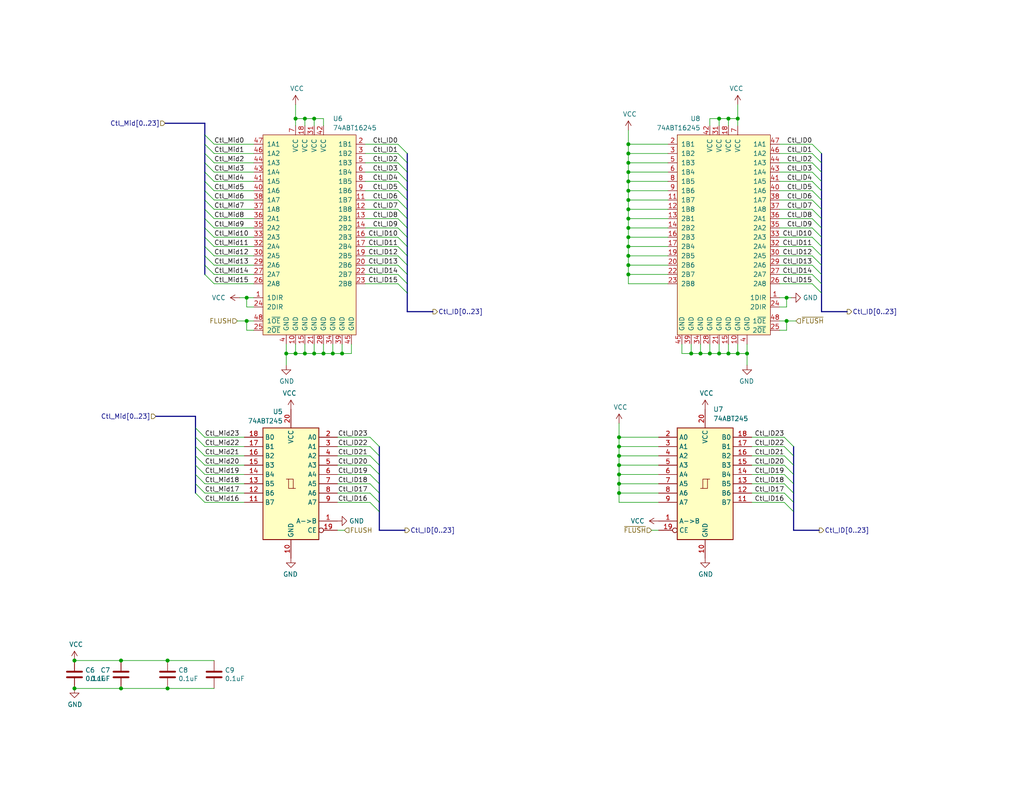
<source format=kicad_sch>
(kicad_sch (version 20250114) (generator "eeschema") (generator_version "9.0")
  (paper "USLetter")
  (title_block (date "2023-11-25") (rev "A") (comment 3 "registers must be all ones, which represents a NOP.") (comment 4 "If the ~{FLUSH} signal is asserted then the control signal set presented to the interstage"))
  (lib_symbols
    (symbol "Device:C" (pin_numbers (hide yes)) (pin_names (offset 0.254))
      (property "Reference" "C" (at 0.635 2.54 0))
      (property "Value" "C" (at 0.635 -2.54 0))
      (symbol "C_0_1"
        (polyline (pts (xy -2.032 0.762) (xy 2.032 0.762)) (stroke (width 0.508)))
        (polyline (pts (xy -2.032 -0.762) (xy 2.032 -0.762)) (stroke (width 0.508)))
      )
      (symbol "C_1_1"
        (pin passive line (at 0 3.81 270) (length 2.794) (name "~") (number "1"))
        (pin passive line (at 0 -3.81 90) (length 2.794) (name "~") (number "2"))
      )
    )
    (symbol "Turtle16:74ABT16245" (pin_names (offset 1.016))
      (property "Reference" "U" (at 0 1.27 0))
      (property "Value" "74ABT16245" (at 0 -1.27 0))
      (symbol "74ABT16245_0_1"
        (rectangle (start -12.7 26.67) (end 12.7 -27.94) (fill (type background)))
      )
      (symbol "74ABT16245_1_1"
        (pin tri_state line (at -15.24 24.13 0) (length 2.54) (name "1A1") (number "47"))
        (pin tri_state line (at -15.24 21.59 0) (length 2.54) (name "1A2") (number "46"))
        (pin tri_state line (at -15.24 19.05 0) (length 2.54) (name "1A3") (number "44"))
        (pin tri_state line (at -15.24 16.51 0) (length 2.54) (name "1A4") (number "43"))
        (pin tri_state line (at -15.24 13.97 0) (length 2.54) (name "1A5") (number "41"))
        (pin tri_state line (at -15.24 11.43 0) (length 2.54) (name "1A6") (number "40"))
        (pin tri_state line (at -15.24 8.89 0) (length 2.54) (name "1A7") (number "38"))
        (pin tri_state line (at -15.24 6.35 0) (length 2.54) (name "1A8") (number "37"))
        (pin tri_state line (at -15.24 3.81 0) (length 2.54) (name "2A1") (number "36"))
        (pin tri_state line (at -15.24 1.27 0) (length 2.54) (name "2A2") (number "35"))
        (pin tri_state line (at -15.24 -1.27 0) (length 2.54) (name "2A3") (number "33"))
        (pin tri_state line (at -15.24 -3.81 0) (length 2.54) (name "2A4") (number "32"))
        (pin tri_state line (at -15.24 -6.35 0) (length 2.54) (name "2A5") (number "30"))
        (pin tri_state line (at -15.24 -8.89 0) (length 2.54) (name "2A6") (number "29"))
        (pin tri_state line (at -15.24 -11.43 0) (length 2.54) (name "2A7") (number "27"))
        (pin tri_state line (at -15.24 -13.97 0) (length 2.54) (name "2A8") (number "26"))
        (pin input line (at -15.24 -17.78 0) (length 2.54) (name "1DIR") (number "1"))
        (pin input line (at -15.24 -20.32 0) (length 2.54) (name "2DIR") (number "24"))
        (pin input line (at -15.24 -24.13 0) (length 2.54) (name "1~{OE}") (number "48"))
        (pin input line (at -15.24 -26.67 0) (length 2.54) (name "2~{OE}") (number "25"))
        (pin power_in line (at -6.35 -30.48 90) (length 2.54) (name "GND") (number "4"))
        (pin power_in line (at -3.81 29.21 270) (length 2.54) (name "VCC") (number "7"))
        (pin power_in line (at -3.81 -30.48 90) (length 2.54) (name "GND") (number "10"))
        (pin power_in line (at -1.27 29.21 270) (length 2.54) (name "VCC") (number "18"))
        (pin power_in line (at -1.27 -30.48 90) (length 2.54) (name "GND") (number "15"))
        (pin power_in line (at 1.27 29.21 270) (length 2.54) (name "VCC") (number "31"))
        (pin power_in line (at 1.27 -30.48 90) (length 2.54) (name "GND") (number "21"))
        (pin power_in line (at 3.81 29.21 270) (length 2.54) (name "VCC") (number "42"))
        (pin power_in line (at 3.81 -30.48 90) (length 2.54) (name "GND") (number "28"))
        (pin power_in line (at 6.35 -30.48 90) (length 2.54) (name "GND") (number "34"))
        (pin power_in line (at 8.89 -30.48 90) (length 2.54) (name "GND") (number "39"))
        (pin power_in line (at 11.43 -30.48 90) (length 2.54) (name "GND") (number "45"))
        (pin tri_state line (at 15.24 24.13 180) (length 2.54) (name "1B1") (number "2"))
        (pin tri_state line (at 15.24 21.59 180) (length 2.54) (name "1B2") (number "3"))
        (pin tri_state line (at 15.24 19.05 180) (length 2.54) (name "1B3") (number "5"))
        (pin tri_state line (at 15.24 16.51 180) (length 2.54) (name "1B4") (number "6"))
        (pin tri_state line (at 15.24 13.97 180) (length 2.54) (name "1B5") (number "8"))
        (pin tri_state line (at 15.24 11.43 180) (length 2.54) (name "1B6") (number "9"))
        (pin tri_state line (at 15.24 8.89 180) (length 2.54) (name "1B7") (number "11"))
        (pin tri_state line (at 15.24 6.35 180) (length 2.54) (name "1B8") (number "12"))
        (pin tri_state line (at 15.24 3.81 180) (length 2.54) (name "2B1") (number "13"))
        (pin tri_state line (at 15.24 1.27 180) (length 2.54) (name "2B2") (number "14"))
        (pin tri_state line (at 15.24 -1.27 180) (length 2.54) (name "2B3") (number "16"))
        (pin tri_state line (at 15.24 -3.81 180) (length 2.54) (name "2B4") (number "17"))
        (pin tri_state line (at 15.24 -6.35 180) (length 2.54) (name "2B5") (number "19"))
        (pin tri_state line (at 15.24 -8.89 180) (length 2.54) (name "2B6") (number "20"))
        (pin tri_state line (at 15.24 -11.43 180) (length 2.54) (name "2B7") (number "22"))
        (pin tri_state line (at 15.24 -13.97 180) (length 2.54) (name "2B8") (number "23"))
      )
    )
    (symbol "Turtle16:74ABT245"
      (property "Reference" "U" (at 0 2.54 0))
      (property "Value" "74ABT245" (at 0 2.54 0))
      (symbol "74ABT245_1_0"
        (polyline (pts (xy -1.27 -1.27) (xy 0.635 -1.27) (xy 0.635 1.27) (xy 1.27 1.27)))
        (polyline (pts (xy -0.635 -1.27) (xy -0.635 1.27) (xy 0.635 1.27)))
        (pin tri_state line (at -12.7 12.7 0) (length 5.08) (name "A0") (number "2"))
        (pin tri_state line (at -12.7 10.16 0) (length 5.08) (name "A1") (number "3"))
        (pin tri_state line (at -12.7 7.62 0) (length 5.08) (name "A2") (number "4"))
        (pin tri_state line (at -12.7 5.08 0) (length 5.08) (name "A3") (number "5"))
        (pin tri_state line (at -12.7 2.54 0) (length 5.08) (name "A4") (number "6"))
        (pin tri_state line (at -12.7 0 0) (length 5.08) (name "A5") (number "7"))
        (pin tri_state line (at -12.7 -2.54 0) (length 5.08) (name "A6") (number "8"))
        (pin tri_state line (at -12.7 -5.08 0) (length 5.08) (name "A7") (number "9"))
        (pin input line (at -12.7 -10.16 0) (length 5.08) (name "A->B") (number "1"))
        (pin input inverted (at -12.7 -12.7 0) (length 5.08) (name "CE") (number "19"))
        (pin power_in line (at 0 20.32 270) (length 5.08) (name "VCC") (number "20"))
        (pin power_in line (at 0 -20.32 90) (length 5.08) (name "GND") (number "10"))
        (pin tri_state line (at 12.7 12.7 180) (length 5.08) (name "B0") (number "18"))
        (pin tri_state line (at 12.7 10.16 180) (length 5.08) (name "B1") (number "17"))
        (pin tri_state line (at 12.7 7.62 180) (length 5.08) (name "B2") (number "16"))
        (pin tri_state line (at 12.7 5.08 180) (length 5.08) (name "B3") (number "15"))
        (pin tri_state line (at 12.7 2.54 180) (length 5.08) (name "B4") (number "14"))
        (pin tri_state line (at 12.7 0 180) (length 5.08) (name "B5") (number "13"))
        (pin tri_state line (at 12.7 -2.54 180) (length 5.08) (name "B6") (number "12"))
        (pin tri_state line (at 12.7 -5.08 180) (length 5.08) (name "B7") (number "11"))
      )
      (symbol "74ABT245_1_1"
        (rectangle (start -7.62 15.24) (end 7.62 -15.24) (stroke (width 0.254)) (fill (type background)))
      )
    )
    (symbol "power:GND" (power) (pin_names (offset 0))
      (property "Value" "GND" (at 0 -3.81 0))
      (symbol "GND_0_1"
        (polyline (pts (xy 0 0) (xy 0 -1.27) (xy 1.27 -1.27) (xy 0 -2.54) (xy -1.27 -1.27) (xy 0 -1.27)))
      )
      (symbol "GND_1_1"
        (pin power_in line (at 0 0 270) (length 0) (hide yes) (name "GND") (number "1"))
      )
    )
    (symbol "power:VCC" (power) (pin_names (offset 0))
      (property "Value" "VCC" (at 0 3.81 0))
      (symbol "VCC_0_1"
        (polyline (pts (xy -0.762 1.27) (xy 0 2.54)))
        (polyline (pts (xy 0 2.54) (xy 0.762 1.27)))
        (polyline (pts (xy 0 0) (xy 0 2.54)))
      )
      (symbol "VCC_1_1"
        (pin power_in line (at 0 0 90) (length 0) (hide yes) (name "VCC") (number "1"))
      )
    )
  )
  (junction (at 168.91 129.54))
  (junction (at 171.45 41.91))
  (junction (at 201.295 32.385))
  (junction (at 80.645 96.52))
  (junction (at 85.725 32.385))
  (junction (at 20.32 187.96))
  (junction (at 168.91 132.08))
  (junction (at 171.45 67.31))
  (junction (at 171.45 44.45))
  (junction (at 171.45 64.77))
  (junction (at 80.645 32.385))
  (junction (at 171.45 69.85))
  (junction (at 168.91 119.38))
  (junction (at 90.805 96.52))
  (junction (at 171.45 72.39))
  (junction (at 85.725 96.52))
  (junction (at 171.45 59.69))
  (junction (at 191.135 96.52))
  (junction (at 203.835 96.52))
  (junction (at 83.185 96.52))
  (junction (at 168.91 124.46))
  (junction (at 171.45 49.53))
  (junction (at 214.63 87.63))
  (junction (at 33.02 187.96))
  (junction (at 171.45 74.93))
  (junction (at 168.91 127))
  (junction (at 83.185 32.385))
  (junction (at 196.215 96.52))
  (junction (at 168.91 134.62))
  (junction (at 45.72 180.34))
  (junction (at 171.45 46.99))
  (junction (at 201.295 96.52))
  (junction (at 67.31 87.63))
  (junction (at 171.45 62.23))
  (junction (at 196.215 32.385))
  (junction (at 171.45 52.07))
  (junction (at 88.265 96.52))
  (junction (at 78.105 96.52))
  (junction (at 171.45 57.15))
  (junction (at 171.45 39.37))
  (junction (at 45.72 187.96))
  (junction (at 193.675 96.52))
  (junction (at 171.45 54.61))
  (junction (at 67.31 81.28))
  (junction (at 198.755 32.385))
  (junction (at 168.91 121.92))
  (junction (at 198.755 96.52))
  (junction (at 33.02 180.34))
  (junction (at 20.32 180.34))
  (junction (at 93.345 96.52))
  (junction (at 188.595 96.52))
  (junction (at 214.63 81.28))
  (bus_entry (at 111.125 72.39) (size -2.54 -2.54))
  (bus_entry (at 224.155 74.93) (size -2.54 -2.54))
  (bus_entry (at 103.505 137.16) (size -2.54 -2.54))
  (bus_entry (at 58.42 59.69) (size -2.54 -2.54))
  (bus_entry (at 103.505 134.62) (size -2.54 -2.54))
  (bus_entry (at 58.42 69.85) (size -2.54 -2.54))
  (bus_entry (at 224.155 62.23) (size -2.54 -2.54))
  (bus_entry (at 216.535 134.62) (size -2.54 -2.54))
  (bus_entry (at 58.42 62.23) (size -2.54 -2.54))
  (bus_entry (at 111.125 69.85) (size -2.54 -2.54))
  (bus_entry (at 224.155 77.47) (size -2.54 -2.54))
  (bus_entry (at 111.125 59.69) (size -2.54 -2.54))
  (bus_entry (at 111.125 44.45) (size -2.54 -2.54))
  (bus_entry (at 55.88 119.38) (size -2.54 -2.54))
  (bus_entry (at 224.155 67.31) (size -2.54 -2.54))
  (bus_entry (at 58.42 54.61) (size -2.54 -2.54))
  (bus_entry (at 58.42 57.15) (size -2.54 -2.54))
  (bus_entry (at 103.505 121.92) (size -2.54 -2.54))
  (bus_entry (at 111.125 49.53) (size -2.54 -2.54))
  (bus_entry (at 224.155 49.53) (size -2.54 -2.54))
  (bus_entry (at 58.42 67.31) (size -2.54 -2.54))
  (bus_entry (at 103.505 124.46) (size -2.54 -2.54))
  (bus_entry (at 224.155 72.39) (size -2.54 -2.54))
  (bus_entry (at 55.88 134.62) (size -2.54 -2.54))
  (bus_entry (at 216.535 124.46) (size -2.54 -2.54))
  (bus_entry (at 58.42 74.93) (size -2.54 -2.54))
  (bus_entry (at 224.155 52.07) (size -2.54 -2.54))
  (bus_entry (at 58.42 64.77) (size -2.54 -2.54))
  (bus_entry (at 111.125 67.31) (size -2.54 -2.54))
  (bus_entry (at 58.42 49.53) (size -2.54 -2.54))
  (bus_entry (at 58.42 52.07) (size -2.54 -2.54))
  (bus_entry (at 58.42 39.37) (size -2.54 -2.54))
  (bus_entry (at 58.42 41.91) (size -2.54 -2.54))
  (bus_entry (at 58.42 44.45) (size -2.54 -2.54))
  (bus_entry (at 58.42 46.99) (size -2.54 -2.54))
  (bus_entry (at 103.505 127) (size -2.54 -2.54))
  (bus_entry (at 111.125 57.15) (size -2.54 -2.54))
  (bus_entry (at 111.125 54.61) (size -2.54 -2.54))
  (bus_entry (at 55.88 124.46) (size -2.54 -2.54))
  (bus_entry (at 103.505 139.7) (size -2.54 -2.54))
  (bus_entry (at 224.155 59.69) (size -2.54 -2.54))
  (bus_entry (at 224.155 64.77) (size -2.54 -2.54))
  (bus_entry (at 224.155 41.91) (size -2.54 -2.54))
  (bus_entry (at 216.535 139.7) (size -2.54 -2.54))
  (bus_entry (at 224.155 80.01) (size -2.54 -2.54))
  (bus_entry (at 224.155 57.15) (size -2.54 -2.54))
  (bus_entry (at 224.155 69.85) (size -2.54 -2.54))
  (bus_entry (at 111.125 46.99) (size -2.54 -2.54))
  (bus_entry (at 55.88 137.16) (size -2.54 -2.54))
  (bus_entry (at 216.535 137.16) (size -2.54 -2.54))
  (bus_entry (at 216.535 129.54) (size -2.54 -2.54))
  (bus_entry (at 55.88 132.08) (size -2.54 -2.54))
  (bus_entry (at 224.155 54.61) (size -2.54 -2.54))
  (bus_entry (at 216.535 132.08) (size -2.54 -2.54))
  (bus_entry (at 111.125 41.91) (size -2.54 -2.54))
  (bus_entry (at 111.125 77.47) (size -2.54 -2.54))
  (bus_entry (at 111.125 74.93) (size -2.54 -2.54))
  (bus_entry (at 111.125 64.77) (size -2.54 -2.54))
  (bus_entry (at 216.535 121.92) (size -2.54 -2.54))
  (bus_entry (at 55.88 127) (size -2.54 -2.54))
  (bus_entry (at 103.505 129.54) (size -2.54 -2.54))
  (bus_entry (at 58.42 77.47) (size -2.54 -2.54))
  (bus_entry (at 216.535 127) (size -2.54 -2.54))
  (bus_entry (at 111.125 52.07) (size -2.54 -2.54))
  (bus_entry (at 55.88 129.54) (size -2.54 -2.54))
  (bus_entry (at 224.155 44.45) (size -2.54 -2.54))
  (bus_entry (at 55.88 121.92) (size -2.54 -2.54))
  (bus_entry (at 103.505 132.08) (size -2.54 -2.54))
  (bus_entry (at 224.155 46.99) (size -2.54 -2.54))
  (bus_entry (at 111.125 62.23) (size -2.54 -2.54))
  (bus_entry (at 58.42 72.39) (size -2.54 -2.54))
  (bus_entry (at 111.125 80.01) (size -2.54 -2.54))
  (wire (pts (xy 171.45 74.93) (xy 171.45 77.47)))
  (wire (pts (xy 196.215 96.52) (xy 193.675 96.52)))
  (wire (pts (xy 221.615 49.53) (xy 212.725 49.53)))
  (wire (pts (xy 100.965 132.08) (xy 92.075 132.08)))
  (wire (pts (xy 171.45 44.45) (xy 182.245 44.45)))
  (bus (pts (xy 55.88 46.99) (xy 55.88 49.53)))
  (wire (pts (xy 171.45 46.99) (xy 171.45 49.53)))
  (bus (pts (xy 55.88 57.15) (xy 55.88 59.69)))
  (bus (pts (xy 224.155 52.07) (xy 224.155 54.61)))
  (wire (pts (xy 214.63 83.82) (xy 212.725 83.82)))
  (wire (pts (xy 196.215 93.98) (xy 196.215 96.52)))
  (wire (pts (xy 58.42 39.37) (xy 69.215 39.37)))
  (wire (pts (xy 171.45 64.77) (xy 171.45 67.31)))
  (wire (pts (xy 55.88 129.54) (xy 66.675 129.54)))
  (bus (pts (xy 224.155 54.61) (xy 224.155 57.15)))
  (wire (pts (xy 33.02 180.34) (xy 45.72 180.34)))
  (wire (pts (xy 58.42 57.15) (xy 69.215 57.15)))
  (wire (pts (xy 205.105 121.92) (xy 213.995 121.92)))
  (wire (pts (xy 171.45 41.91) (xy 171.45 44.45)))
  (bus (pts (xy 224.155 46.99) (xy 224.155 49.53)))
  (wire (pts (xy 108.585 46.99) (xy 99.695 46.99)))
  (bus (pts (xy 111.125 64.77) (xy 111.125 67.31)))
  (wire (pts (xy 168.91 115.57) (xy 168.91 119.38)))
  (wire (pts (xy 168.91 127) (xy 168.91 129.54)))
  (wire (pts (xy 85.725 32.385) (xy 85.725 34.29)))
  (bus (pts (xy 216.535 137.16) (xy 216.535 139.7)))
  (bus (pts (xy 231.14 85.09) (xy 224.155 85.09)))
  (bus (pts (xy 55.88 36.83) (xy 55.88 39.37)))
  (wire (pts (xy 55.88 127) (xy 66.675 127)))
  (bus (pts (xy 118.11 85.09) (xy 111.125 85.09)))
  (wire (pts (xy 58.42 72.39) (xy 69.215 72.39)))
  (wire (pts (xy 65.405 81.28) (xy 67.31 81.28)))
  (wire (pts (xy 171.45 74.93) (xy 182.245 74.93)))
  (bus (pts (xy 111.125 74.93) (xy 111.125 77.47)))
  (wire (pts (xy 90.805 96.52) (xy 93.345 96.52)))
  (bus (pts (xy 103.505 129.54) (xy 103.505 132.08)))
  (wire (pts (xy 20.32 180.34) (xy 33.02 180.34)))
  (wire (pts (xy 198.755 96.52) (xy 196.215 96.52)))
  (wire (pts (xy 58.42 49.53) (xy 69.215 49.53)))
  (wire (pts (xy 221.615 72.39) (xy 212.725 72.39)))
  (bus (pts (xy 111.125 67.31) (xy 111.125 69.85)))
  (wire (pts (xy 201.295 32.385) (xy 198.755 32.385)))
  (wire (pts (xy 201.295 28.575) (xy 201.295 32.385)))
  (bus (pts (xy 103.505 132.08) (xy 103.505 134.62)))
  (wire (pts (xy 58.42 62.23) (xy 69.215 62.23)))
  (wire (pts (xy 108.585 39.37) (xy 99.695 39.37)))
  (wire (pts (xy 78.105 96.52) (xy 80.645 96.52)))
  (wire (pts (xy 221.615 77.47) (xy 212.725 77.47)))
  (wire (pts (xy 85.725 32.385) (xy 88.265 32.385)))
  (wire (pts (xy 168.91 121.92) (xy 168.91 124.46)))
  (wire (pts (xy 80.645 32.385) (xy 83.185 32.385)))
  (wire (pts (xy 58.42 46.99) (xy 69.215 46.99)))
  (wire (pts (xy 168.91 127) (xy 179.705 127)))
  (wire (pts (xy 83.185 96.52) (xy 85.725 96.52)))
  (wire (pts (xy 80.645 93.98) (xy 80.645 96.52)))
  (wire (pts (xy 188.595 93.98) (xy 188.595 96.52)))
  (wire (pts (xy 83.185 32.385) (xy 83.185 34.29)))
  (wire (pts (xy 78.105 93.98) (xy 78.105 96.52)))
  (wire (pts (xy 171.45 69.85) (xy 182.245 69.85)))
  (wire (pts (xy 171.45 49.53) (xy 171.45 52.07)))
  (wire (pts (xy 171.45 44.45) (xy 171.45 46.99)))
  (bus (pts (xy 224.155 77.47) (xy 224.155 80.01)))
  (wire (pts (xy 67.31 81.28) (xy 67.31 83.82)))
  (wire (pts (xy 100.965 121.92) (xy 92.075 121.92)))
  (wire (pts (xy 171.45 64.77) (xy 182.245 64.77)))
  (bus (pts (xy 111.125 69.85) (xy 111.125 72.39)))
  (wire (pts (xy 177.8 144.78) (xy 179.705 144.78)))
  (wire (pts (xy 108.585 44.45) (xy 99.695 44.45)))
  (wire (pts (xy 83.185 93.98) (xy 83.185 96.52)))
  (bus (pts (xy 55.88 69.85) (xy 55.88 72.39)))
  (wire (pts (xy 58.42 59.69) (xy 69.215 59.69)))
  (wire (pts (xy 221.615 44.45) (xy 212.725 44.45)))
  (wire (pts (xy 64.77 87.63) (xy 67.31 87.63)))
  (wire (pts (xy 58.42 54.61) (xy 69.215 54.61)))
  (bus (pts (xy 103.505 121.92) (xy 103.505 124.46)))
  (wire (pts (xy 214.63 87.63) (xy 212.725 87.63)))
  (wire (pts (xy 198.755 32.385) (xy 198.755 34.29)))
  (wire (pts (xy 88.265 32.385) (xy 88.265 34.29)))
  (bus (pts (xy 103.505 127) (xy 103.505 129.54)))
  (wire (pts (xy 108.585 62.23) (xy 99.695 62.23)))
  (wire (pts (xy 90.805 93.98) (xy 90.805 96.52)))
  (wire (pts (xy 88.265 96.52) (xy 90.805 96.52)))
  (bus (pts (xy 111.125 59.69) (xy 111.125 62.23)))
  (bus (pts (xy 224.155 41.91) (xy 224.155 44.45)))
  (wire (pts (xy 171.45 62.23) (xy 182.245 62.23)))
  (wire (pts (xy 171.45 52.07) (xy 171.45 54.61)))
  (wire (pts (xy 100.965 124.46) (xy 92.075 124.46)))
  (wire (pts (xy 78.105 96.52) (xy 78.105 99.695)))
  (wire (pts (xy 67.31 90.17) (xy 67.31 87.63)))
  (wire (pts (xy 191.135 96.52) (xy 188.595 96.52)))
  (bus (pts (xy 216.535 127) (xy 216.535 129.54)))
  (wire (pts (xy 221.615 57.15) (xy 212.725 57.15)))
  (bus (pts (xy 216.535 132.08) (xy 216.535 134.62)))
  (wire (pts (xy 168.91 129.54) (xy 168.91 132.08)))
  (wire (pts (xy 221.615 54.61) (xy 212.725 54.61)))
  (wire (pts (xy 80.645 28.575) (xy 80.645 32.385)))
  (wire (pts (xy 171.45 46.99) (xy 182.245 46.99)))
  (wire (pts (xy 168.91 137.16) (xy 179.705 137.16)))
  (wire (pts (xy 108.585 59.69) (xy 99.695 59.69)))
  (bus (pts (xy 53.34 116.84) (xy 53.34 119.38)))
  (wire (pts (xy 58.42 187.96) (xy 45.72 187.96)))
  (wire (pts (xy 193.675 96.52) (xy 191.135 96.52)))
  (wire (pts (xy 108.585 72.39) (xy 99.695 72.39)))
  (wire (pts (xy 217.17 87.63) (xy 214.63 87.63)))
  (bus (pts (xy 111.125 80.01) (xy 111.125 85.09)))
  (wire (pts (xy 108.585 57.15) (xy 99.695 57.15)))
  (wire (pts (xy 45.72 180.34) (xy 58.42 180.34)))
  (wire (pts (xy 193.675 93.98) (xy 193.675 96.52)))
  (wire (pts (xy 221.615 46.99) (xy 212.725 46.99)))
  (wire (pts (xy 203.835 96.52) (xy 203.835 99.695)))
  (wire (pts (xy 201.295 34.29) (xy 201.295 32.385)))
  (wire (pts (xy 108.585 41.91) (xy 99.695 41.91)))
  (wire (pts (xy 108.585 54.61) (xy 99.695 54.61)))
  (wire (pts (xy 168.91 134.62) (xy 179.705 134.62)))
  (wire (pts (xy 168.91 132.08) (xy 179.705 132.08)))
  (wire (pts (xy 221.615 39.37) (xy 212.725 39.37)))
  (wire (pts (xy 221.615 67.31) (xy 212.725 67.31)))
  (wire (pts (xy 198.755 93.98) (xy 198.755 96.52)))
  (bus (pts (xy 55.88 39.37) (xy 55.88 41.91)))
  (wire (pts (xy 171.45 72.39) (xy 182.245 72.39)))
  (wire (pts (xy 196.215 32.385) (xy 196.215 34.29)))
  (bus (pts (xy 53.34 127) (xy 53.34 129.54)))
  (bus (pts (xy 216.535 134.62) (xy 216.535 137.16)))
  (bus (pts (xy 224.155 67.31) (xy 224.155 69.85)))
  (bus (pts (xy 111.125 46.99) (xy 111.125 49.53)))
  (wire (pts (xy 212.725 90.17) (xy 214.63 90.17)))
  (bus (pts (xy 103.505 134.62) (xy 103.505 137.16)))
  (bus (pts (xy 42.545 113.665) (xy 53.34 113.665)))
  (wire (pts (xy 168.91 134.62) (xy 168.91 137.16)))
  (bus (pts (xy 111.125 52.07) (xy 111.125 54.61)))
  (wire (pts (xy 168.91 119.38) (xy 179.705 119.38)))
  (wire (pts (xy 100.965 137.16) (xy 92.075 137.16)))
  (wire (pts (xy 221.615 52.07) (xy 212.725 52.07)))
  (wire (pts (xy 93.345 96.52) (xy 95.885 96.52)))
  (wire (pts (xy 58.42 41.91) (xy 69.215 41.91)))
  (bus (pts (xy 224.155 64.77) (xy 224.155 67.31)))
  (wire (pts (xy 205.105 132.08) (xy 213.995 132.08)))
  (bus (pts (xy 55.88 59.69) (xy 55.88 62.23)))
  (wire (pts (xy 168.91 119.38) (xy 168.91 121.92)))
  (wire (pts (xy 171.45 59.69) (xy 182.245 59.69)))
  (wire (pts (xy 186.055 96.52) (xy 186.055 93.98)))
  (wire (pts (xy 215.9 81.28) (xy 214.63 81.28)))
  (bus (pts (xy 224.155 74.93) (xy 224.155 77.47)))
  (bus (pts (xy 55.88 67.31) (xy 55.88 69.85)))
  (bus (pts (xy 103.505 139.7) (xy 103.505 144.78)))
  (wire (pts (xy 201.295 96.52) (xy 198.755 96.52)))
  (wire (pts (xy 188.595 96.52) (xy 186.055 96.52)))
  (bus (pts (xy 111.125 57.15) (xy 111.125 59.69)))
  (bus (pts (xy 111.125 44.45) (xy 111.125 46.99)))
  (wire (pts (xy 171.45 69.85) (xy 171.45 72.39)))
  (wire (pts (xy 214.63 90.17) (xy 214.63 87.63)))
  (wire (pts (xy 58.42 74.93) (xy 69.215 74.93)))
  (bus (pts (xy 224.155 80.01) (xy 224.155 85.09)))
  (wire (pts (xy 108.585 49.53) (xy 99.695 49.53)))
  (wire (pts (xy 171.45 72.39) (xy 171.45 74.93)))
  (wire (pts (xy 80.645 96.52) (xy 83.185 96.52)))
  (wire (pts (xy 55.88 132.08) (xy 66.675 132.08)))
  (bus (pts (xy 103.505 124.46) (xy 103.505 127)))
  (wire (pts (xy 33.02 187.96) (xy 20.32 187.96)))
  (wire (pts (xy 58.42 77.47) (xy 69.215 77.47)))
  (wire (pts (xy 55.88 134.62) (xy 66.675 134.62)))
  (bus (pts (xy 111.125 49.53) (xy 111.125 52.07)))
  (wire (pts (xy 191.135 93.98) (xy 191.135 96.52)))
  (wire (pts (xy 196.215 32.385) (xy 193.675 32.385)))
  (wire (pts (xy 205.105 127) (xy 213.995 127)))
  (bus (pts (xy 53.34 119.38) (xy 53.34 121.92)))
  (wire (pts (xy 205.105 137.16) (xy 213.995 137.16)))
  (wire (pts (xy 58.42 67.31) (xy 69.215 67.31)))
  (bus (pts (xy 223.52 144.78) (xy 216.535 144.78)))
  (wire (pts (xy 198.755 32.385) (xy 196.215 32.385)))
  (wire (pts (xy 100.965 119.38) (xy 92.075 119.38)))
  (bus (pts (xy 55.88 52.07) (xy 55.88 54.61)))
  (bus (pts (xy 216.535 139.7) (xy 216.535 144.78)))
  (bus (pts (xy 224.155 49.53) (xy 224.155 52.07)))
  (wire (pts (xy 168.91 132.08) (xy 168.91 134.62)))
  (wire (pts (xy 171.45 67.31) (xy 182.245 67.31)))
  (wire (pts (xy 205.105 124.46) (xy 213.995 124.46)))
  (wire (pts (xy 193.675 32.385) (xy 193.675 34.29)))
  (wire (pts (xy 171.45 62.23) (xy 171.45 64.77)))
  (bus (pts (xy 45.085 33.655) (xy 55.88 33.655)))
  (wire (pts (xy 108.585 52.07) (xy 99.695 52.07)))
  (wire (pts (xy 212.725 81.28) (xy 214.63 81.28)))
  (bus (pts (xy 53.34 113.665) (xy 53.34 116.84)))
  (bus (pts (xy 55.88 41.91) (xy 55.88 44.45)))
  (wire (pts (xy 221.615 59.69) (xy 212.725 59.69)))
  (wire (pts (xy 100.965 129.54) (xy 92.075 129.54)))
  (wire (pts (xy 221.615 74.93) (xy 212.725 74.93)))
  (wire (pts (xy 80.645 34.29) (xy 80.645 32.385)))
  (wire (pts (xy 100.965 134.62) (xy 92.075 134.62)))
  (wire (pts (xy 221.615 64.77) (xy 212.725 64.77)))
  (bus (pts (xy 224.155 72.39) (xy 224.155 74.93)))
  (wire (pts (xy 205.105 134.62) (xy 213.995 134.62)))
  (wire (pts (xy 108.585 69.85) (xy 99.695 69.85)))
  (wire (pts (xy 88.265 93.98) (xy 88.265 96.52)))
  (wire (pts (xy 171.45 39.37) (xy 171.45 41.91)))
  (bus (pts (xy 111.125 62.23) (xy 111.125 64.77)))
  (bus (pts (xy 55.88 44.45) (xy 55.88 46.99)))
  (wire (pts (xy 171.45 41.91) (xy 182.245 41.91)))
  (wire (pts (xy 168.91 121.92) (xy 179.705 121.92)))
  (wire (pts (xy 100.965 127) (xy 92.075 127)))
  (wire (pts (xy 69.215 90.17) (xy 67.31 90.17)))
  (wire (pts (xy 93.98 144.78) (xy 92.075 144.78)))
  (bus (pts (xy 55.88 49.53) (xy 55.88 52.07)))
  (bus (pts (xy 216.535 124.46) (xy 216.535 127)))
  (wire (pts (xy 67.31 87.63) (xy 69.215 87.63)))
  (wire (pts (xy 108.585 74.93) (xy 99.695 74.93)))
  (bus (pts (xy 111.125 54.61) (xy 111.125 57.15)))
  (wire (pts (xy 55.88 121.92) (xy 66.675 121.92)))
  (wire (pts (xy 93.345 93.98) (xy 93.345 96.52)))
  (wire (pts (xy 69.215 81.28) (xy 67.31 81.28)))
  (bus (pts (xy 111.125 41.91) (xy 111.125 44.45)))
  (bus (pts (xy 224.155 62.23) (xy 224.155 64.77)))
  (wire (pts (xy 83.185 32.385) (xy 85.725 32.385)))
  (bus (pts (xy 53.34 121.92) (xy 53.34 124.46)))
  (bus (pts (xy 55.88 62.23) (xy 55.88 64.77)))
  (wire (pts (xy 58.42 64.77) (xy 69.215 64.77)))
  (wire (pts (xy 95.885 96.52) (xy 95.885 93.98)))
  (wire (pts (xy 221.615 41.91) (xy 212.725 41.91)))
  (bus (pts (xy 216.535 121.92) (xy 216.535 124.46)))
  (wire (pts (xy 171.45 39.37) (xy 182.245 39.37)))
  (wire (pts (xy 203.835 93.98) (xy 203.835 96.52)))
  (bus (pts (xy 224.155 57.15) (xy 224.155 59.69)))
  (wire (pts (xy 58.42 44.45) (xy 69.215 44.45)))
  (bus (pts (xy 111.125 77.47) (xy 111.125 80.01)))
  (wire (pts (xy 221.615 62.23) (xy 212.725 62.23)))
  (wire (pts (xy 171.45 67.31) (xy 171.45 69.85)))
  (bus (pts (xy 55.88 64.77) (xy 55.88 67.31)))
  (wire (pts (xy 171.45 35.56) (xy 171.45 39.37)))
  (bus (pts (xy 216.535 129.54) (xy 216.535 132.08)))
  (bus (pts (xy 224.155 59.69) (xy 224.155 62.23)))
  (wire (pts (xy 45.72 187.96) (xy 33.02 187.96)))
  (wire (pts (xy 205.105 119.38) (xy 213.995 119.38)))
  (wire (pts (xy 58.42 69.85) (xy 69.215 69.85)))
  (wire (pts (xy 168.91 124.46) (xy 168.91 127)))
  (bus (pts (xy 111.125 72.39) (xy 111.125 74.93)))
  (wire (pts (xy 171.45 57.15) (xy 182.245 57.15)))
  (wire (pts (xy 108.585 77.47) (xy 99.695 77.47)))
  (bus (pts (xy 53.34 132.08) (xy 53.34 134.62)))
  (wire (pts (xy 108.585 64.77) (xy 99.695 64.77)))
  (bus (pts (xy 53.34 124.46) (xy 53.34 127)))
  (wire (pts (xy 171.45 49.53) (xy 182.245 49.53)))
  (wire (pts (xy 171.45 59.69) (xy 171.45 62.23)))
  (bus (pts (xy 224.155 69.85) (xy 224.155 72.39)))
  (wire (pts (xy 214.63 81.28) (xy 214.63 83.82)))
  (wire (pts (xy 168.91 124.46) (xy 179.705 124.46)))
  (wire (pts (xy 171.45 77.47) (xy 182.245 77.47)))
  (bus (pts (xy 55.88 33.655) (xy 55.88 36.83)))
  (wire (pts (xy 108.585 67.31) (xy 99.695 67.31)))
  (wire (pts (xy 221.615 69.85) (xy 212.725 69.85)))
  (bus (pts (xy 103.505 137.16) (xy 103.505 139.7)))
  (wire (pts (xy 171.45 57.15) (xy 171.45 59.69)))
  (wire (pts (xy 85.725 93.98) (xy 85.725 96.52)))
  (bus (pts (xy 110.49 144.78) (xy 103.505 144.78)))
  (wire (pts (xy 168.91 129.54) (xy 179.705 129.54)))
  (wire (pts (xy 55.88 124.46) (xy 66.675 124.46)))
  (wire (pts (xy 85.725 96.52) (xy 88.265 96.52)))
  (bus (pts (xy 224.155 44.45) (xy 224.155 46.99)))
  (bus (pts (xy 53.34 129.54) (xy 53.34 132.08)))
  (wire (pts (xy 58.42 52.07) (xy 69.215 52.07)))
  (wire (pts (xy 67.31 83.82) (xy 69.215 83.82)))
  (bus (pts (xy 55.88 54.61) (xy 55.88 57.15)))
  (wire (pts (xy 203.835 96.52) (xy 201.295 96.52)))
  (wire (pts (xy 201.295 93.98) (xy 201.295 96.52)))
  (wire (pts (xy 171.45 52.07) (xy 182.245 52.07)))
  (wire (pts (xy 171.45 54.61) (xy 171.45 57.15)))
  (wire (pts (xy 55.88 137.16) (xy 66.675 137.16)))
  (wire (pts (xy 205.105 129.54) (xy 213.995 129.54)))
  (wire (pts (xy 171.45 54.61) (xy 182.245 54.61)))
  (wire (pts (xy 55.88 119.38) (xy 66.675 119.38)))
  (bus (pts (xy 55.88 72.39) (xy 55.88 74.93)))
  (label "Ctl_Mid23" (at 55.88 119.38 0))
  (label "Ctl_Mid0" (at 58.42 39.37 0))
  (label "Ctl_Mid20" (at 55.88 127 0))
  (label "Ctl_ID0" (at 108.585 39.37 180))
  (label "Ctl_ID11" (at 108.585 67.31 180))
  (label "Ctl_Mid17" (at 55.88 134.62 0))
  (label "Ctl_Mid6" (at 58.42 54.61 0))
  (label "Ctl_ID7" (at 108.585 57.15 180))
  (label "Ctl_ID14" (at 221.615 74.93 180))
  (label "Ctl_Mid19" (at 55.88 129.54 0))
  (label "Ctl_ID20" (at 213.995 127 180))
  (label "Ctl_Mid9" (at 58.42 62.23 0))
  (label "Ctl_Mid3" (at 58.42 46.99 0))
  (label "Ctl_Mid7" (at 58.42 57.15 0))
  (label "Ctl_ID0" (at 221.615 39.37 180))
  (label "Ctl_ID12" (at 108.585 69.85 180))
  (label "Ctl_ID13" (at 221.615 72.39 180))
  (label "Ctl_ID2" (at 221.615 44.45 180))
  (label "Ctl_Mid11" (at 58.42 67.31 0))
  (label "Ctl_ID19" (at 100.33 129.54 180))
  (label "Ctl_ID9" (at 221.615 62.23 180))
  (label "Ctl_Mid8" (at 58.42 59.69 0))
  (label "Ctl_Mid1" (at 58.42 41.91 0))
  (label "Ctl_ID3" (at 221.615 46.99 180))
  (label "Ctl_ID1" (at 108.585 41.91 180))
  (label "Ctl_ID8" (at 108.585 59.69 180))
  (label "Ctl_Mid2" (at 58.42 44.45 0))
  (label "Ctl_Mid10" (at 58.42 64.77 0))
  (label "Ctl_ID12" (at 221.615 69.85 180))
  (label "Ctl_Mid22" (at 55.88 121.92 0))
  (label "Ctl_ID23" (at 213.995 119.38 180))
  (label "Ctl_Mid16" (at 55.88 137.16 0))
  (label "Ctl_ID16" (at 213.995 137.16 180))
  (label "Ctl_ID14" (at 108.585 74.93 180))
  (label "Ctl_ID20" (at 100.33 127 180))
  (label "Ctl_Mid5" (at 58.42 52.07 0))
  (label "Ctl_ID22" (at 213.995 121.92 180))
  (label "Ctl_Mid15" (at 58.42 77.47 0))
  (label "Ctl_ID13" (at 108.585 72.39 180))
  (label "Ctl_ID2" (at 108.585 44.45 180))
  (label "Ctl_ID6" (at 221.615 54.61 180))
  (label "Ctl_ID1" (at 221.615 41.91 180))
  (label "Ctl_ID6" (at 108.585 54.61 180))
  (label "Ctl_Mid13" (at 58.42 72.39 0))
  (label "Ctl_Mid4" (at 58.42 49.53 0))
  (label "Ctl_Mid12" (at 58.42 69.85 0))
  (label "Ctl_ID10" (at 108.585 64.77 180))
  (label "Ctl_Mid14" (at 58.42 74.93 0))
  (label "Ctl_ID11" (at 221.615 67.31 180))
  (label "Ctl_ID22" (at 100.33 121.92 180))
  (label "Ctl_ID8" (at 221.615 59.69 180))
  (label "Ctl_ID4" (at 221.615 49.53 180))
  (label "Ctl_ID4" (at 108.585 49.53 180))
  (label "Ctl_Mid21" (at 55.88 124.46 0))
  (label "Ctl_ID5" (at 108.585 52.07 180))
  (label "Ctl_ID16" (at 100.33 137.16 180))
  (label "Ctl_ID5" (at 221.615 52.07 180))
  (label "Ctl_ID21" (at 100.33 124.46 180))
  (label "Ctl_ID15" (at 221.615 77.47 180))
  (label "Ctl_ID3" (at 108.585 46.99 180))
  (label "Ctl_ID18" (at 100.33 132.08 180))
  (label "Ctl_ID19" (at 213.995 129.54 180))
  (label "Ctl_ID17" (at 100.33 134.62 180))
  (label "Ctl_ID10" (at 221.615 64.77 180))
  (label "Ctl_ID21" (at 213.995 124.46 180))
  (label "Ctl_ID7" (at 221.615 57.15 180))
  (label "Ctl_ID17" (at 213.995 134.62 180))
  (label "Ctl_Mid18" (at 55.88 132.08 0))
  (label "Ctl_ID23" (at 100.33 119.38 180))
  (label "Ctl_ID9" (at 108.585 62.23 180))
  (label "Ctl_ID18" (at 213.995 132.08 180))
  (label "Ctl_ID15" (at 108.585 77.47 180))
  (hierarchical_label "Ctl_ID[0..23]" (shape output) (at 223.52 144.78 0))
  (hierarchical_label "Ctl_ID[0..23]" (shape output) (at 118.11 85.09 0))
  (hierarchical_label "Ctl_ID[0..23]" (shape output) (at 231.14 85.09 0))
  (hierarchical_label "~{FLUSH}" (shape input) (at 217.17 87.63 0))
  (hierarchical_label "FLUSH" (shape input) (at 64.77 87.63 180))
  (hierarchical_label "~{FLUSH}" (shape input) (at 177.8 144.78 180))
  (hierarchical_label "Ctl_Mid[0..23]" (shape input) (at 45.085 33.655 180))
  (hierarchical_label "FLUSH" (shape input) (at 93.98 144.78 0))
  (hierarchical_label "Ctl_ID[0..23]" (shape output) (at 110.49 144.78 0))
  (hierarchical_label "Ctl_Mid[0..23]" (shape input) (at 42.545 113.665 180))
  (symbol (lib_id "power:VCC") (at 80.645 28.575 0) (unit 1)
    (property "Reference" "#PWR041" (effects (hide yes)))
    (property "Value" "VCC" (at 81.026 24.1808 0))
  )
  (symbol (lib_id "power:VCC") (at 168.91 115.57 0) (unit 1)
    (property "Reference" "#PWR043" (effects (hide yes)))
    (property "Value" "VCC" (at 169.291 111.1758 0))
  )
  (symbol (lib_id "power:VCC") (at 201.295 28.575 0) (mirror y) (unit 1)
    (property "Reference" "#PWR048" (effects (hide yes)))
    (property "Value" "VCC" (at 200.914 24.1808 0))
  )
  (symbol (lib_id "power:VCC") (at 20.32 180.34 0) (unit 1)
    (property "Reference" "#PWR035" (effects (hide yes)))
    (property "Value" "VCC" (at 20.7518 175.9458 0))
  )
  (symbol (lib_id "power:GND") (at 215.9 81.28 90) (unit 1)
    (property "Reference" "#PWR050" (effects (hide yes)))
    (property "Value" "GND" (at 219.075 81.28 90) (effects (justify right)))
  )
  (symbol (lib_id "power:VCC") (at 192.405 111.76 0) (unit 1)
    (property "Reference" "#PWR046" (effects (hide yes)))
    (property "Value" "VCC" (at 192.786 107.3658 0))
  )
  (symbol (lib_id "power:VCC") (at 179.705 142.24 90) (unit 1)
    (property "Reference" "#PWR045" (effects (hide yes)))
    (property "Value" "VCC" (at 175.895 142.24 90) (effects (justify left)))
  )
  (symbol (lib_id "Device:C") (at 45.72 184.15 0) (unit 1)
    (property "Reference" "C8" (at 48.641 182.9816 0) (effects (justify left)))
    (property "Value" "0.1uF" (at 48.641 185.293 0) (effects (justify left)))
    (property "Footprint" "Capacitor_SMD:C_0603_1608Metric" (effects (hide yes)))
    (property "Datasheet" "https://www.mouser.com/datasheet/2/396/taiyo_yuden_12132018_mlcc11_hq_e-1510082.pdf" (effects (hide yes)))
    (property "Manufacturer" "Taiyo Yuden" (effects (hide yes)))
    (property "Manufacturer#" "EMK107B7104KAHT" (effects (hide yes)))
    (property "Mouser#" "963-EMK107B7104KAHT" (effects (hide yes)))
    (property "Digikey#" "587-6004-1-ND" (effects (hide yes)))
  )
  (symbol (lib_id "Device:C") (at 33.02 184.15 0) (mirror y) (unit 1)
    (property "Reference" "C7" (at 30.099 182.9816 0) (effects (justify left)))
    (property "Value" "0.1uF" (at 30.099 185.293 0) (effects (justify left)))
    (property "Footprint" "Capacitor_SMD:C_0603_1608Metric" (effects (hide yes)))
    (property "Datasheet" "https://www.mouser.com/datasheet/2/396/taiyo_yuden_12132018_mlcc11_hq_e-1510082.pdf" (effects (hide yes)))
    (property "Manufacturer" "Taiyo Yuden" (effects (hide yes)))
    (property "Manufacturer#" "EMK107B7104KAHT" (effects (hide yes)))
    (property "Mouser#" "963-EMK107B7104KAHT" (effects (hide yes)))
    (property "Digikey#" "587-6004-1-ND" (effects (hide yes)))
  )
  (symbol (lib_id "Turtle16:74ABT16245") (at 84.455 63.5 0) (unit 1)
    (property "Reference" "U6" (at 90.805 32.385 0) (effects (justify left)))
    (property "Value" "74ABT16245" (at 90.805 34.925 0) (effects (justify left)))
    (property "Footprint" "Package_SO:TSSOP-48_6.1x12.5mm_P0.5mm" (effects (hide yes)))
    (property "Datasheet" "https://www.ti.com/general/docs/suppproductinfo.tsp?distId=26&gotoUrl=https://www.ti.com/lit/gpn/sn74abth16245" (effects (hide yes)))
    (property "Manufacturer" "Texas Instruments" (effects (hide yes)))
    (property "Manufacturer#" "SN74ABTH16245DGGR" (effects (hide yes)))
    (property "Mouser#" "595-SNABTH16245DGGR" (effects (hide yes)))
    (property "Digikey#" "296-4124-1-ND" (effects (hide yes)))
  )
  (symbol (lib_id "power:VCC") (at 171.45 35.56 0) (unit 1)
    (property "Reference" "#PWR044" (effects (hide yes)))
    (property "Value" "VCC" (at 171.831 31.1658 0))
  )
  (symbol (lib_id "power:GND") (at 92.075 142.24 90) (unit 1)
    (property "Reference" "#PWR042" (effects (hide yes)))
    (property "Value" "GND" (at 95.25 142.24 90) (effects (justify right)))
  )
  (symbol (lib_id "Turtle16:74ABT245") (at 79.375 132.08 0) (mirror y) (unit 1)
    (property "Reference" "U5" (at 77.1809 112.395 0) (effects (justify left)))
    (property "Value" "74ABT245" (at 77.1809 114.935 0) (effects (justify left)))
    (property "Footprint" "Package_SO:TSSOP-20_4.4x6.5mm_P0.65mm" (effects (hide yes)))
    (property "Datasheet" "https://www.ti.com/general/docs/suppproductinfo.tsp?distId=26&gotoUrl=https://www.ti.com/lit/gpn/sn74abt245b" (effects (hide yes)))
    (property "Manufacturer" "Texas Instruments" (effects (hide yes)))
    (property "Manufacturer#" "SN74ABT245BPWR" (effects (hide yes)))
    (property "Mouser#" "595-SN74ABT245BPWR" (effects (hide yes)))
    (property "Digikey#" "296-3971-1-ND" (effects (hide yes)))
  )
  (symbol (lib_id "power:VCC") (at 79.375 111.76 0) (mirror y) (unit 1)
    (property "Reference" "#PWR039" (effects (hide yes)))
    (property "Value" "VCC" (at 78.994 107.3658 0))
  )
  (symbol (lib_id "Turtle16:74ABT245") (at 192.405 132.08 0) (unit 1)
    (property "Reference" "U7" (at 194.5991 111.76 0) (effects (justify left)))
    (property "Value" "74ABT245" (at 194.5991 114.3 0) (effects (justify left)))
    (property "Footprint" "Package_SO:TSSOP-20_4.4x6.5mm_P0.65mm" (effects (hide yes)))
    (property "Datasheet" "https://www.ti.com/general/docs/suppproductinfo.tsp?distId=26&gotoUrl=https://www.ti.com/lit/gpn/sn74abt245b" (effects (hide yes)))
    (property "Manufacturer" "Texas Instruments" (effects (hide yes)))
    (property "Manufacturer#" "SN74ABT245BPWR" (effects (hide yes)))
    (property "Mouser#" "595-SN74ABT245BPWR" (effects (hide yes)))
    (property "Digikey#" "296-3971-1-ND" (effects (hide yes)))
  )
  (symbol (lib_id "power:GND") (at 20.32 187.96 0) (unit 1)
    (property "Reference" "#PWR036" (effects (hide yes)))
    (property "Value" "GND" (at 20.447 192.3542 0))
  )
  (symbol (lib_id "power:GND") (at 78.105 99.695 0) (unit 1)
    (property "Reference" "#PWR038" (effects (hide yes)))
    (property "Value" "GND" (at 78.232 104.0892 0))
  )
  (symbol (lib_id "power:VCC") (at 65.405 81.28 90) (unit 1)
    (property "Reference" "#PWR037" (effects (hide yes)))
    (property "Value" "VCC" (at 61.595 81.28 90) (effects (justify left)))
  )
  (symbol (lib_id "power:GND") (at 192.405 152.4 0) (unit 1)
    (property "Reference" "#PWR047" (effects (hide yes)))
    (property "Value" "GND" (at 192.532 156.7942 0))
  )
  (symbol (lib_id "power:GND") (at 79.375 152.4 0) (mirror y) (unit 1)
    (property "Reference" "#PWR040" (effects (hide yes)))
    (property "Value" "GND" (at 79.248 156.7942 0))
  )
  (symbol (lib_id "Device:C") (at 58.42 184.15 0) (unit 1)
    (property "Reference" "C9" (at 61.341 182.9816 0) (effects (justify left)))
    (property "Value" "0.1uF" (at 61.341 185.293 0) (effects (justify left)))
    (property "Footprint" "Capacitor_SMD:C_0603_1608Metric" (effects (hide yes)))
    (property "Datasheet" "https://www.mouser.com/datasheet/2/396/taiyo_yuden_12132018_mlcc11_hq_e-1510082.pdf" (effects (hide yes)))
    (property "Manufacturer" "Taiyo Yuden" (effects (hide yes)))
    (property "Manufacturer#" "EMK107B7104KAHT" (effects (hide yes)))
    (property "Mouser#" "963-EMK107B7104KAHT" (effects (hide yes)))
    (property "Digikey#" "587-6004-1-ND" (effects (hide yes)))
  )
  (symbol (lib_id "Device:C") (at 20.32 184.15 0) (unit 1)
    (property "Reference" "C6" (at 23.241 182.9816 0) (effects (justify left)))
    (property "Value" "0.1uF" (at 23.241 185.293 0) (effects (justify left)))
    (property "Footprint" "Capacitor_SMD:C_0603_1608Metric" (effects (hide yes)))
    (property "Datasheet" "https://www.mouser.com/datasheet/2/396/taiyo_yuden_12132018_mlcc11_hq_e-1510082.pdf" (effects (hide yes)))
    (property "Manufacturer" "Taiyo Yuden" (effects (hide yes)))
    (property "Manufacturer#" "EMK107B7104KAHT" (effects (hide yes)))
    (property "Mouser#" "963-EMK107B7104KAHT" (effects (hide yes)))
    (property "Digikey#" "587-6004-1-ND" (effects (hide yes)))
  )
  (symbol (lib_id "power:GND") (at 203.835 99.695 0) (mirror y) (unit 1)
    (property "Reference" "#PWR049" (effects (hide yes)))
    (property "Value" "GND" (at 203.708 104.0892 0))
  )
  (symbol (lib_id "Turtle16:74ABT16245") (at 197.485 63.5 0) (mirror y) (unit 1)
    (property "Reference" "U8" (at 191.135 32.385 0) (effects (justify left)))
    (property "Value" "74ABT16245" (at 191.135 34.925 0) (effects (justify left)))
    (property "Footprint" "Package_SO:TSSOP-48_6.1x12.5mm_P0.5mm" (effects (hide yes)))
    (property "Datasheet" "https://www.ti.com/general/docs/suppproductinfo.tsp?distId=26&gotoUrl=https://www.ti.com/lit/gpn/sn74abth16245" (effects (hide yes)))
    (property "Manufacturer" "Texas Instruments" (effects (hide yes)))
    (property "Manufacturer#" "SN74ABTH16245DGGR" (effects (hide yes)))
    (property "Mouser#" "595-SNABTH16245DGGR" (effects (hide yes)))
    (property "Digikey#" "296-4124-1-ND" (effects (hide yes)))
  )
)
</source>
